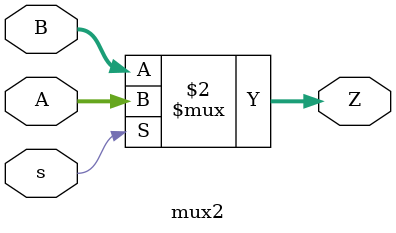
<source format=v>
module mux2(A,B,Z,s); 
input[15:0] A,B; 
input s;
output[15:0] Z;
assign Z = (s == 1)?A:B;
endmodule

</source>
